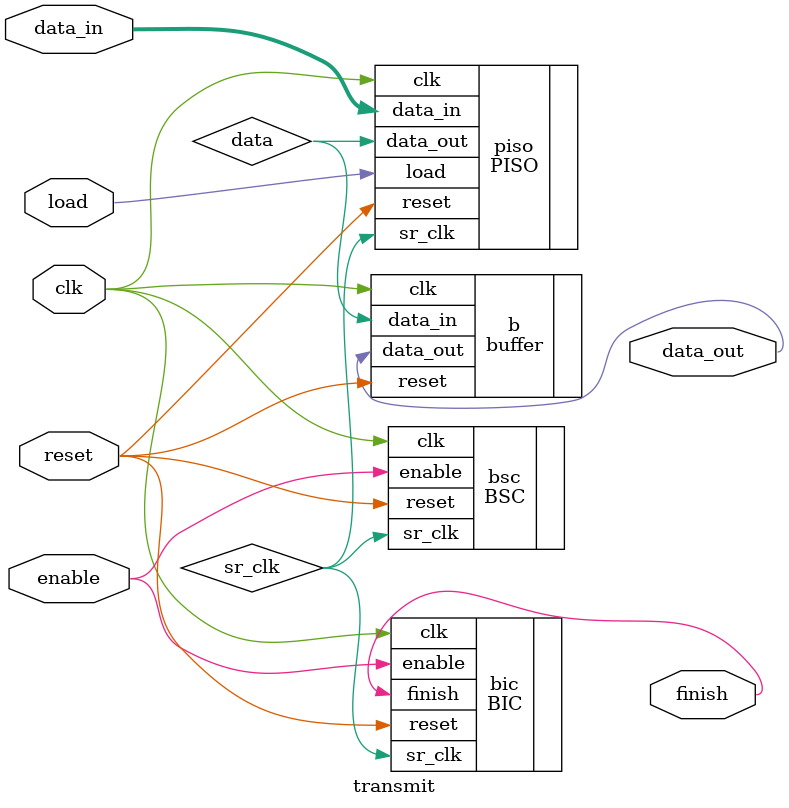
<source format=sv>
module transmit(data_in, enable, reset, clk, load, data_out, finish);
	input [7:0] data_in;
	input enable, load;
	input reset, clk;
	output data_out;
	output finish;

	wire sr_clk;
	wire data;

	BSC bsc(.reset, .enable, .clk, .sr_clk);
	BIC bic(.sr_clk, .enable, .reset, .clk, .finish);
	PISO piso(.sr_clk, .clk, .reset, .data_in, .data_out(data), .load);
	buffer b(.clk, .reset, .data_in(data), .data_out);
endmodule

</source>
